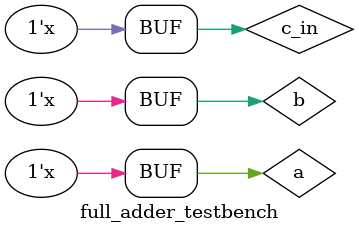
<source format=v>
`timescale 1ns / 1ps


module full_adder_testbench(

    );
    
    reg a, b, c_in;
    wire sum, c_out;
    
    full_adder full_1(a, b, c_in, sum, c_out);
    
    always
     #10 c_in = ~c_in;
    always
        #20 b = ~b;
    always
        #40 a = ~a;
        
    initial
    begin
    a=0;b=0;c_in=0;
//    initial
//    begin
//    a = 0;
//    b = 0;
//    c_in = 0;
    
//    #10 a=1;
//    #10 b=1;
//    #10 c_in=1;
//    #10 c_in=0;
//    #10 c_in=1;b=0;
//    #10 c_in=0;
//    #10 c_in=1;b=1;a=0;
//    #10 c_in=0;
//    #10 c_in=1; b=0;
//    #10 c_in=0;
//    end
    end
endmodule

</source>
